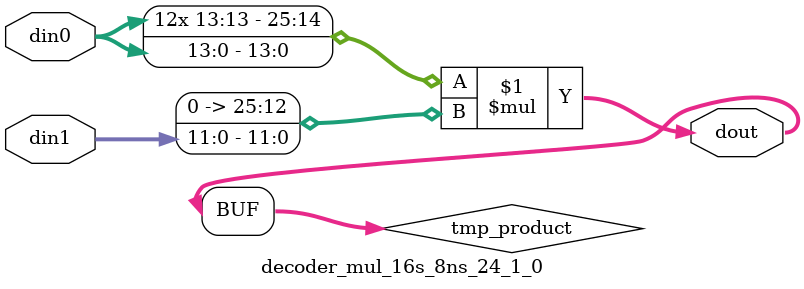
<source format=v>

`timescale 1 ns / 1 ps

 module decoder_mul_16s_8ns_24_1_0(din0, din1, dout);
parameter ID = 1;
parameter NUM_STAGE = 0;
parameter din0_WIDTH = 14;
parameter din1_WIDTH = 12;
parameter dout_WIDTH = 26;

input [din0_WIDTH - 1 : 0] din0; 
input [din1_WIDTH - 1 : 0] din1; 
output [dout_WIDTH - 1 : 0] dout;

wire signed [dout_WIDTH - 1 : 0] tmp_product;


























assign tmp_product = $signed(din0) * $signed({1'b0, din1});









assign dout = tmp_product;





















endmodule

</source>
